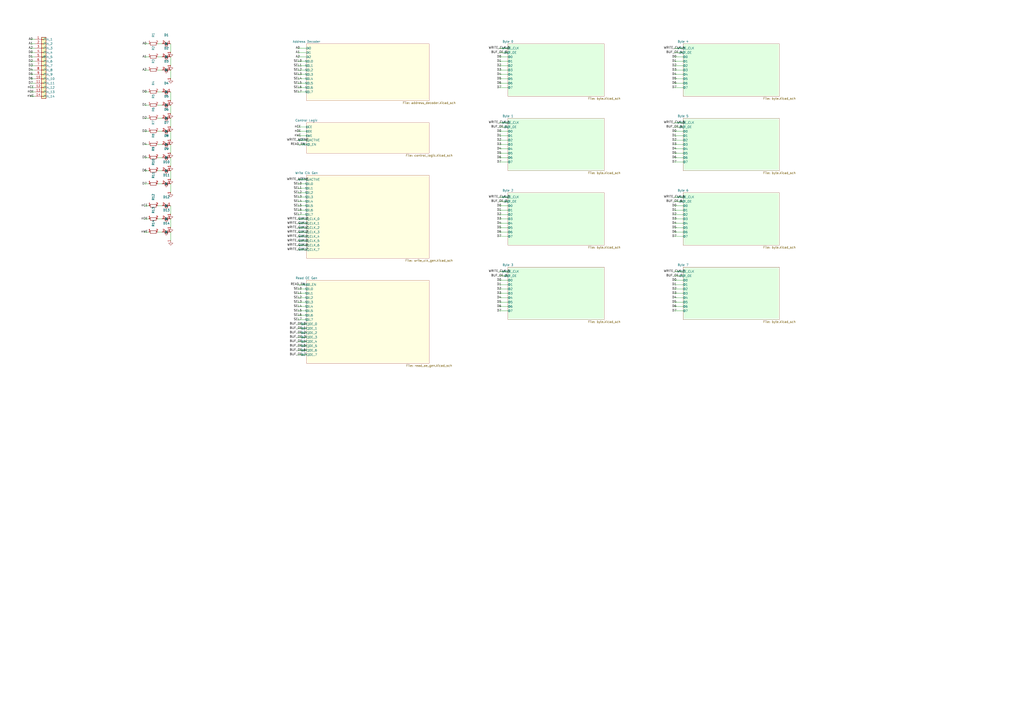
<source format=kicad_sch>
(kicad_sch (version 20250114) (generator eeschema)
  (paper "A2")
  (lib_symbols
    (symbol "Connector_Generic:Conn_01x14" (pin_names (offset 1.016))
      (property "Reference" "J" (at 0 17.78 0))
      (property "Value" "Conn_01x14" (at 0 -20.32 0))
      (property "Datasheet" "~" (at 0 0 0))
      (property "Description" "Generic connector, single row, 01x14, script generated (kicad-library-utils/schlib/autogen/connector/)" (at 0 0 0))
      (property "ki_keywords" "connector" (at 0 0 0))
      (property "ki_fp_filters" "Connector*:*_1x??_*" (at 0 0 0))
      (symbol "Conn_01x14_1_1"
        (rectangle (start -1.27 16.51) (end 1.27 -19.05) (stroke (width 0.254)) (fill (type background)))
        (rectangle (start -1.27 15.367) (end 0 15.113) (stroke (width 0.1524)))
        (rectangle (start -1.27 12.827) (end 0 12.573) (stroke (width 0.1524)))
        (rectangle (start -1.27 10.287) (end 0 10.033) (stroke (width 0.1524)))
        (rectangle (start -1.27 7.747) (end 0 7.493) (stroke (width 0.1524)))
        (rectangle (start -1.27 5.207) (end 0 4.953) (stroke (width 0.1524)))
        (rectangle (start -1.27 2.667) (end 0 2.413) (stroke (width 0.1524)))
        (rectangle (start -1.27 0.127) (end 0 -0.127) (stroke (width 0.1524)))
        (rectangle (start -1.27 -2.413) (end 0 -2.667) (stroke (width 0.1524)))
        (rectangle (start -1.27 -4.953) (end 0 -5.207) (stroke (width 0.1524)))
        (rectangle (start -1.27 -7.493) (end 0 -7.747) (stroke (width 0.1524)))
        (rectangle (start -1.27 -10.033) (end 0 -10.287) (stroke (width 0.1524)))
        (rectangle (start -1.27 -12.573) (end 0 -12.827) (stroke (width 0.1524)))
        (rectangle (start -1.27 -15.113) (end 0 -15.367) (stroke (width 0.1524)))
        (rectangle (start -1.27 -17.653) (end 0 -17.907) (stroke (width 0.1524)))
        (pin passive line (at -5.08 15.24 0) (length 3.81) (name "Pin_1") (number "1"))
        (pin passive line (at -5.08 12.7 0) (length 3.81) (name "Pin_2") (number "2"))
        (pin passive line (at -5.08 10.16 0) (length 3.81) (name "Pin_3") (number "3"))
        (pin passive line (at -5.08 7.62 0) (length 3.81) (name "Pin_4") (number "4"))
        (pin passive line (at -5.08 5.08 0) (length 3.81) (name "Pin_5") (number "5"))
        (pin passive line (at -5.08 2.54 0) (length 3.81) (name "Pin_6") (number "6"))
        (pin passive line (at -5.08 0 0) (length 3.81) (name "Pin_7") (number "7"))
        (pin passive line (at -5.08 -2.54 0) (length 3.81) (name "Pin_8") (number "8"))
        (pin passive line (at -5.08 -5.08 0) (length 3.81) (name "Pin_9") (number "9"))
        (pin passive line (at -5.08 -7.62 0) (length 3.81) (name "Pin_10") (number "10"))
        (pin passive line (at -5.08 -10.16 0) (length 3.81) (name "Pin_11") (number "11"))
        (pin passive line (at -5.08 -12.7 0) (length 3.81) (name "Pin_12") (number "12"))
        (pin passive line (at -5.08 -15.24 0) (length 3.81) (name "Pin_13") (number "13"))
        (pin passive line (at -5.08 -17.78 0) (length 3.81) (name "Pin_14") (number "14"))
      )
    )
    (symbol "Device:R_Small" (pin_names (offset 0.254))
      (property "Reference" "R" (at 0 0 90))
      (property "Value" "R_Small" (at 1.778 0 90))
      (property "Datasheet" "~" (at 0 0 0))
      (property "Description" "Resistor, small symbol" (at 0 0 0))
      (property "ki_keywords" "R resistor" (at 0 0 0))
      (property "ki_fp_filters" "R_*" (at 0 0 0))
      (symbol "R_Small_0_1"
        (rectangle (start -0.762 1.778) (end 0.762 -1.778) (stroke (width 0.2032)))
      )
      (symbol "R_Small_1_1"
        (pin passive line (at 0 2.54 270) (length 0.762) (name "~") (number "1"))
        (pin passive line (at 0 -2.54 90) (length 0.762) (name "~") (number "2"))
      )
    )
    (symbol "Device:LED_Small" (pin_names (offset 0.254))
      (property "Reference" "D" (at -1.27 3.175 0))
      (property "Value" "LED_Small" (at -4.445 -2.54 0))
      (property "Datasheet" "~" (at 0 0 90))
      (property "Description" "Light emitting diode, small symbol" (at 0 0 0))
      (property "Sim.Pins" "1=K 2=A" (at 0 0 0))
      (property "ki_keywords" "LED diode light-emitting-diode" (at 0 0 0))
      (property "ki_fp_filters" "LED* LED_SMD:* LED_THT:*" (at 0 0 0))
      (symbol "LED_Small_0_1"
        (polyline (pts (xy -0.762 -1.016) (xy -0.762 1.016)) (stroke (width 0.254)))
        (polyline (pts (xy 0 0.762) (xy -0.508 1.27) (xy -0.254 1.27) (xy -0.508 1.27) (xy -0.508 1.016)))
        (polyline (pts (xy 0.508 1.27) (xy 0 1.778) (xy 0.254 1.778) (xy 0 1.778) (xy 0 1.524)))
        (polyline (pts (xy 0.762 -1.016) (xy -0.762 0) (xy 0.762 1.016) (xy 0.762 -1.016)) (stroke (width 0.254)))
        (polyline (pts (xy 1.016 0) (xy -0.762 0)))
      )
      (symbol "LED_Small_1_1"
        (pin passive line (at -2.54 0 0) (length 1.778) (name "K") (number "1"))
        (pin passive line (at 2.54 0 180) (length 1.778) (name "A") (number "2"))
      )
    )
    (symbol "power:GND" (power) (pin_names (offset 0))
      (property "Reference" "#PWR" (at 0 -6.35 0))
      (property "Value" "GND" (at 0 -3.81 0))
      (property "Description" "Power symbol creates a global label with name \"GND\" , ground" (at 0 0 0))
      (property "ki_keywords" "global power" (at 0 0 0))
      (symbol "GND_0_1"
        (polyline (pts (xy 0 0) (xy 0 -1.27) (xy 1.27 -1.27) (xy 0 -2.54) (xy -1.27 -1.27) (xy 0 -1.27)))
      )
      (symbol "GND_1_1"
        (pin power_in line (at 0 0 270) (length 0) (name "~") (number "1"))
      )
    )
  )
  (wire (pts (xy 20.32 22.86) (xy 17.78 22.86)) (stroke (width 0.0)))
  (wire (pts (xy 20.32 25.4) (xy 17.78 25.4)) (stroke (width 0.0)))
  (wire (pts (xy 20.32 27.94) (xy 17.78 27.94)) (stroke (width 0.0)))
  (wire (pts (xy 20.32 30.48) (xy 17.78 30.48)) (stroke (width 0.0)))
  (wire (pts (xy 20.32 33.02) (xy 17.78 33.02)) (stroke (width 0.0)))
  (wire (pts (xy 20.32 35.56) (xy 17.78 35.56)) (stroke (width 0.0)))
  (wire (pts (xy 20.32 38.1) (xy 17.78 38.1)) (stroke (width 0.0)))
  (wire (pts (xy 20.32 40.64) (xy 17.78 40.64)) (stroke (width 0.0)))
  (wire (pts (xy 20.32 43.18) (xy 17.78 43.18)) (stroke (width 0.0)))
  (wire (pts (xy 20.32 45.72) (xy 17.78 45.72)) (stroke (width 0.0)))
  (wire (pts (xy 20.32 48.26) (xy 17.78 48.26)) (stroke (width 0.0)))
  (wire (pts (xy 20.32 50.8) (xy 17.78 50.8)) (stroke (width 0.0)))
  (wire (pts (xy 20.32 53.34) (xy 17.78 53.34)) (stroke (width 0.0)))
  (wire (pts (xy 20.32 55.88) (xy 17.78 55.88)) (stroke (width 0.0)))
  (wire (pts (xy 91.44 25.4) (xy 93.98 25.4)) (stroke (width 0.0)))
  (wire (pts (xy 99.06 25.4) (xy 99.06 30.48)) (stroke (width 0.0)))
  (wire (pts (xy 86.36 25.4) (xy 83.82 25.4)) (stroke (width 0.0)))
  (wire (pts (xy 91.44 33.02) (xy 93.98 33.02)) (stroke (width 0.0)))
  (wire (pts (xy 99.06 33.02) (xy 99.06 38.1)) (stroke (width 0.0)))
  (wire (pts (xy 86.36 33.02) (xy 83.82 33.02)) (stroke (width 0.0)))
  (wire (pts (xy 91.44 40.64) (xy 93.98 40.64)) (stroke (width 0.0)))
  (wire (pts (xy 99.06 40.64) (xy 99.06 45.72)) (stroke (width 0.0)))
  (wire (pts (xy 86.36 40.64) (xy 83.82 40.64)) (stroke (width 0.0)))
  (wire (pts (xy 91.44 53.34) (xy 93.98 53.34)) (stroke (width 0.0)))
  (wire (pts (xy 99.06 53.34) (xy 99.06 58.42)) (stroke (width 0.0)))
  (wire (pts (xy 86.36 53.34) (xy 83.82 53.34)) (stroke (width 0.0)))
  (wire (pts (xy 91.44 60.96) (xy 93.98 60.96)) (stroke (width 0.0)))
  (wire (pts (xy 99.06 60.96) (xy 99.06 66.04)) (stroke (width 0.0)))
  (wire (pts (xy 86.36 60.96) (xy 83.82 60.96)) (stroke (width 0.0)))
  (wire (pts (xy 91.44 68.58) (xy 93.98 68.58)) (stroke (width 0.0)))
  (wire (pts (xy 99.06 68.58) (xy 99.06 73.66)) (stroke (width 0.0)))
  (wire (pts (xy 86.36 68.58) (xy 83.82 68.58)) (stroke (width 0.0)))
  (wire (pts (xy 91.44 76.2) (xy 93.98 76.2)) (stroke (width 0.0)))
  (wire (pts (xy 99.06 76.2) (xy 99.06 81.28)) (stroke (width 0.0)))
  (wire (pts (xy 86.36 76.2) (xy 83.82 76.2)) (stroke (width 0.0)))
  (wire (pts (xy 91.44 83.82) (xy 93.98 83.82)) (stroke (width 0.0)))
  (wire (pts (xy 99.06 83.82) (xy 99.06 88.9)) (stroke (width 0.0)))
  (wire (pts (xy 86.36 83.82) (xy 83.82 83.82)) (stroke (width 0.0)))
  (wire (pts (xy 91.44 91.44) (xy 93.98 91.44)) (stroke (width 0.0)))
  (wire (pts (xy 99.06 91.44) (xy 99.06 96.52)) (stroke (width 0.0)))
  (wire (pts (xy 86.36 91.44) (xy 83.82 91.44)) (stroke (width 0.0)))
  (wire (pts (xy 91.44 99.06) (xy 93.98 99.06)) (stroke (width 0.0)))
  (wire (pts (xy 99.06 99.06) (xy 99.06 104.14)) (stroke (width 0.0)))
  (wire (pts (xy 86.36 99.06) (xy 83.82 99.06)) (stroke (width 0.0)))
  (wire (pts (xy 91.44 106.68) (xy 93.98 106.68)) (stroke (width 0.0)))
  (wire (pts (xy 99.06 106.68) (xy 99.06 111.76)) (stroke (width 0.0)))
  (wire (pts (xy 86.36 106.68) (xy 83.82 106.68)) (stroke (width 0.0)))
  (wire (pts (xy 91.44 119.38) (xy 93.98 119.38)) (stroke (width 0.0)))
  (wire (pts (xy 99.06 119.38) (xy 99.06 124.46)) (stroke (width 0.0)))
  (wire (pts (xy 86.36 119.38) (xy 83.82 119.38)) (stroke (width 0.0)))
  (wire (pts (xy 91.44 127.0) (xy 93.98 127.0)) (stroke (width 0.0)))
  (wire (pts (xy 99.06 127.0) (xy 99.06 132.08)) (stroke (width 0.0)))
  (wire (pts (xy 86.36 127.0) (xy 83.82 127.0)) (stroke (width 0.0)))
  (wire (pts (xy 91.44 134.62) (xy 93.98 134.62)) (stroke (width 0.0)))
  (wire (pts (xy 99.06 134.62) (xy 99.06 139.7)) (stroke (width 0.0)))
  (wire (pts (xy 86.36 134.62) (xy 83.82 134.62)) (stroke (width 0.0)))
  (wire (pts (xy 177.8 27.94) (xy 172.72 27.94)) (stroke (width 0.0)))
  (wire (pts (xy 177.8 30.48) (xy 172.72 30.48)) (stroke (width 0.0)))
  (wire (pts (xy 177.8 33.02) (xy 172.72 33.02)) (stroke (width 0.0)))
  (wire (pts (xy 177.8 35.56) (xy 172.72 35.56)) (stroke (width 0.0)))
  (wire (pts (xy 177.8 38.1) (xy 172.72 38.1)) (stroke (width 0.0)))
  (wire (pts (xy 177.8 40.64) (xy 172.72 40.64)) (stroke (width 0.0)))
  (wire (pts (xy 177.8 43.18) (xy 172.72 43.18)) (stroke (width 0.0)))
  (wire (pts (xy 177.8 45.72) (xy 172.72 45.72)) (stroke (width 0.0)))
  (wire (pts (xy 177.8 48.26) (xy 172.72 48.26)) (stroke (width 0.0)))
  (wire (pts (xy 177.8 50.8) (xy 172.72 50.8)) (stroke (width 0.0)))
  (wire (pts (xy 177.8 53.34) (xy 172.72 53.34)) (stroke (width 0.0)))
  (wire (pts (xy 177.8 73.66) (xy 172.72 73.66)) (stroke (width 0.0)))
  (wire (pts (xy 177.8 76.2) (xy 172.72 76.2)) (stroke (width 0.0)))
  (wire (pts (xy 177.8 78.74) (xy 172.72 78.74)) (stroke (width 0.0)))
  (wire (pts (xy 177.8 81.28) (xy 172.72 81.28)) (stroke (width 0.0)))
  (wire (pts (xy 177.8 83.82) (xy 172.72 83.82)) (stroke (width 0.0)))
  (wire (pts (xy 177.8 104.14) (xy 172.72 104.14)) (stroke (width 0.0)))
  (wire (pts (xy 177.8 106.68) (xy 172.72 106.68)) (stroke (width 0.0)))
  (wire (pts (xy 177.8 109.22) (xy 172.72 109.22)) (stroke (width 0.0)))
  (wire (pts (xy 177.8 111.76) (xy 172.72 111.76)) (stroke (width 0.0)))
  (wire (pts (xy 177.8 114.3) (xy 172.72 114.3)) (stroke (width 0.0)))
  (wire (pts (xy 177.8 116.84) (xy 172.72 116.84)) (stroke (width 0.0)))
  (wire (pts (xy 177.8 119.38) (xy 172.72 119.38)) (stroke (width 0.0)))
  (wire (pts (xy 177.8 121.92) (xy 172.72 121.92)) (stroke (width 0.0)))
  (wire (pts (xy 177.8 124.46) (xy 172.72 124.46)) (stroke (width 0.0)))
  (wire (pts (xy 177.8 127.0) (xy 172.72 127.0)) (stroke (width 0.0)))
  (wire (pts (xy 177.8 129.54) (xy 172.72 129.54)) (stroke (width 0.0)))
  (wire (pts (xy 177.8 132.08) (xy 172.72 132.08)) (stroke (width 0.0)))
  (wire (pts (xy 177.8 134.62) (xy 172.72 134.62)) (stroke (width 0.0)))
  (wire (pts (xy 177.8 137.16) (xy 172.72 137.16)) (stroke (width 0.0)))
  (wire (pts (xy 177.8 139.7) (xy 172.72 139.7)) (stroke (width 0.0)))
  (wire (pts (xy 177.8 142.24) (xy 172.72 142.24)) (stroke (width 0.0)))
  (wire (pts (xy 177.8 144.78) (xy 172.72 144.78)) (stroke (width 0.0)))
  (wire (pts (xy 177.8 165.1) (xy 172.72 165.1)) (stroke (width 0.0)))
  (wire (pts (xy 177.8 167.64) (xy 172.72 167.64)) (stroke (width 0.0)))
  (wire (pts (xy 177.8 170.18) (xy 172.72 170.18)) (stroke (width 0.0)))
  (wire (pts (xy 177.8 172.72) (xy 172.72 172.72)) (stroke (width 0.0)))
  (wire (pts (xy 177.8 175.26) (xy 172.72 175.26)) (stroke (width 0.0)))
  (wire (pts (xy 177.8 177.8) (xy 172.72 177.8)) (stroke (width 0.0)))
  (wire (pts (xy 177.8 180.34) (xy 172.72 180.34)) (stroke (width 0.0)))
  (wire (pts (xy 177.8 182.88) (xy 172.72 182.88)) (stroke (width 0.0)))
  (wire (pts (xy 177.8 185.42) (xy 172.72 185.42)) (stroke (width 0.0)))
  (wire (pts (xy 177.8 187.96) (xy 172.72 187.96)) (stroke (width 0.0)))
  (wire (pts (xy 177.8 190.5) (xy 172.72 190.5)) (stroke (width 0.0)))
  (wire (pts (xy 177.8 193.04) (xy 172.72 193.04)) (stroke (width 0.0)))
  (wire (pts (xy 177.8 195.58) (xy 172.72 195.58)) (stroke (width 0.0)))
  (wire (pts (xy 177.8 198.12) (xy 172.72 198.12)) (stroke (width 0.0)))
  (wire (pts (xy 177.8 200.66) (xy 172.72 200.66)) (stroke (width 0.0)))
  (wire (pts (xy 177.8 203.2) (xy 172.72 203.2)) (stroke (width 0.0)))
  (wire (pts (xy 177.8 205.74) (xy 172.72 205.74)) (stroke (width 0.0)))
  (wire (pts (xy 294.64 27.94) (xy 289.56 27.94)) (stroke (width 0.0)))
  (wire (pts (xy 294.64 30.48) (xy 289.56 30.48)) (stroke (width 0.0)))
  (wire (pts (xy 294.64 33.02) (xy 289.56 33.02)) (stroke (width 0.0)))
  (wire (pts (xy 294.64 35.56) (xy 289.56 35.56)) (stroke (width 0.0)))
  (wire (pts (xy 294.64 38.1) (xy 289.56 38.1)) (stroke (width 0.0)))
  (wire (pts (xy 294.64 40.64) (xy 289.56 40.64)) (stroke (width 0.0)))
  (wire (pts (xy 294.64 43.18) (xy 289.56 43.18)) (stroke (width 0.0)))
  (wire (pts (xy 294.64 45.72) (xy 289.56 45.72)) (stroke (width 0.0)))
  (wire (pts (xy 294.64 48.26) (xy 289.56 48.26)) (stroke (width 0.0)))
  (wire (pts (xy 294.64 50.8) (xy 289.56 50.8)) (stroke (width 0.0)))
  (wire (pts (xy 294.64 71.12) (xy 289.56 71.12)) (stroke (width 0.0)))
  (wire (pts (xy 294.64 73.66) (xy 289.56 73.66)) (stroke (width 0.0)))
  (wire (pts (xy 294.64 76.2) (xy 289.56 76.2)) (stroke (width 0.0)))
  (wire (pts (xy 294.64 78.74) (xy 289.56 78.74)) (stroke (width 0.0)))
  (wire (pts (xy 294.64 81.28) (xy 289.56 81.28)) (stroke (width 0.0)))
  (wire (pts (xy 294.64 83.82) (xy 289.56 83.82)) (stroke (width 0.0)))
  (wire (pts (xy 294.64 86.36) (xy 289.56 86.36)) (stroke (width 0.0)))
  (wire (pts (xy 294.64 88.9) (xy 289.56 88.9)) (stroke (width 0.0)))
  (wire (pts (xy 294.64 91.44) (xy 289.56 91.44)) (stroke (width 0.0)))
  (wire (pts (xy 294.64 93.98) (xy 289.56 93.98)) (stroke (width 0.0)))
  (wire (pts (xy 294.64 114.3) (xy 289.56 114.3)) (stroke (width 0.0)))
  (wire (pts (xy 294.64 116.84) (xy 289.56 116.84)) (stroke (width 0.0)))
  (wire (pts (xy 294.64 119.38) (xy 289.56 119.38)) (stroke (width 0.0)))
  (wire (pts (xy 294.64 121.92) (xy 289.56 121.92)) (stroke (width 0.0)))
  (wire (pts (xy 294.64 124.46) (xy 289.56 124.46)) (stroke (width 0.0)))
  (wire (pts (xy 294.64 127.0) (xy 289.56 127.0)) (stroke (width 0.0)))
  (wire (pts (xy 294.64 129.54) (xy 289.56 129.54)) (stroke (width 0.0)))
  (wire (pts (xy 294.64 132.08) (xy 289.56 132.08)) (stroke (width 0.0)))
  (wire (pts (xy 294.64 134.62) (xy 289.56 134.62)) (stroke (width 0.0)))
  (wire (pts (xy 294.64 137.16) (xy 289.56 137.16)) (stroke (width 0.0)))
  (wire (pts (xy 294.64 157.48) (xy 289.56 157.48)) (stroke (width 0.0)))
  (wire (pts (xy 294.64 160.02) (xy 289.56 160.02)) (stroke (width 0.0)))
  (wire (pts (xy 294.64 162.56) (xy 289.56 162.56)) (stroke (width 0.0)))
  (wire (pts (xy 294.64 165.1) (xy 289.56 165.1)) (stroke (width 0.0)))
  (wire (pts (xy 294.64 167.64) (xy 289.56 167.64)) (stroke (width 0.0)))
  (wire (pts (xy 294.64 170.18) (xy 289.56 170.18)) (stroke (width 0.0)))
  (wire (pts (xy 294.64 172.72) (xy 289.56 172.72)) (stroke (width 0.0)))
  (wire (pts (xy 294.64 175.26) (xy 289.56 175.26)) (stroke (width 0.0)))
  (wire (pts (xy 294.64 177.8) (xy 289.56 177.8)) (stroke (width 0.0)))
  (wire (pts (xy 294.64 180.34) (xy 289.56 180.34)) (stroke (width 0.0)))
  (wire (pts (xy 396.24 27.94) (xy 391.16 27.94)) (stroke (width 0.0)))
  (wire (pts (xy 396.24 30.48) (xy 391.16 30.48)) (stroke (width 0.0)))
  (wire (pts (xy 396.24 33.02) (xy 391.16 33.02)) (stroke (width 0.0)))
  (wire (pts (xy 396.24 35.56) (xy 391.16 35.56)) (stroke (width 0.0)))
  (wire (pts (xy 396.24 38.1) (xy 391.16 38.1)) (stroke (width 0.0)))
  (wire (pts (xy 396.24 40.64) (xy 391.16 40.64)) (stroke (width 0.0)))
  (wire (pts (xy 396.24 43.18) (xy 391.16 43.18)) (stroke (width 0.0)))
  (wire (pts (xy 396.24 45.72) (xy 391.16 45.72)) (stroke (width 0.0)))
  (wire (pts (xy 396.24 48.26) (xy 391.16 48.26)) (stroke (width 0.0)))
  (wire (pts (xy 396.24 50.8) (xy 391.16 50.8)) (stroke (width 0.0)))
  (wire (pts (xy 396.24 71.12) (xy 391.16 71.12)) (stroke (width 0.0)))
  (wire (pts (xy 396.24 73.66) (xy 391.16 73.66)) (stroke (width 0.0)))
  (wire (pts (xy 396.24 76.2) (xy 391.16 76.2)) (stroke (width 0.0)))
  (wire (pts (xy 396.24 78.74) (xy 391.16 78.74)) (stroke (width 0.0)))
  (wire (pts (xy 396.24 81.28) (xy 391.16 81.28)) (stroke (width 0.0)))
  (wire (pts (xy 396.24 83.82) (xy 391.16 83.82)) (stroke (width 0.0)))
  (wire (pts (xy 396.24 86.36) (xy 391.16 86.36)) (stroke (width 0.0)))
  (wire (pts (xy 396.24 88.9) (xy 391.16 88.9)) (stroke (width 0.0)))
  (wire (pts (xy 396.24 91.44) (xy 391.16 91.44)) (stroke (width 0.0)))
  (wire (pts (xy 396.24 93.98) (xy 391.16 93.98)) (stroke (width 0.0)))
  (wire (pts (xy 396.24 114.3) (xy 391.16 114.3)) (stroke (width 0.0)))
  (wire (pts (xy 396.24 116.84) (xy 391.16 116.84)) (stroke (width 0.0)))
  (wire (pts (xy 396.24 119.38) (xy 391.16 119.38)) (stroke (width 0.0)))
  (wire (pts (xy 396.24 121.92) (xy 391.16 121.92)) (stroke (width 0.0)))
  (wire (pts (xy 396.24 124.46) (xy 391.16 124.46)) (stroke (width 0.0)))
  (wire (pts (xy 396.24 127.0) (xy 391.16 127.0)) (stroke (width 0.0)))
  (wire (pts (xy 396.24 129.54) (xy 391.16 129.54)) (stroke (width 0.0)))
  (wire (pts (xy 396.24 132.08) (xy 391.16 132.08)) (stroke (width 0.0)))
  (wire (pts (xy 396.24 134.62) (xy 391.16 134.62)) (stroke (width 0.0)))
  (wire (pts (xy 396.24 137.16) (xy 391.16 137.16)) (stroke (width 0.0)))
  (wire (pts (xy 396.24 157.48) (xy 391.16 157.48)) (stroke (width 0.0)))
  (wire (pts (xy 396.24 160.02) (xy 391.16 160.02)) (stroke (width 0.0)))
  (wire (pts (xy 396.24 162.56) (xy 391.16 162.56)) (stroke (width 0.0)))
  (wire (pts (xy 396.24 165.1) (xy 391.16 165.1)) (stroke (width 0.0)))
  (wire (pts (xy 396.24 167.64) (xy 391.16 167.64)) (stroke (width 0.0)))
  (wire (pts (xy 396.24 170.18) (xy 391.16 170.18)) (stroke (width 0.0)))
  (wire (pts (xy 396.24 172.72) (xy 391.16 172.72)) (stroke (width 0.0)))
  (wire (pts (xy 396.24 175.26) (xy 391.16 175.26)) (stroke (width 0.0)))
  (wire (pts (xy 396.24 177.8) (xy 391.16 177.8)) (stroke (width 0.0)))
  (wire (pts (xy 396.24 180.34) (xy 391.16 180.34)) (stroke (width 0.0)))
  (label "A0" (at 17.78 22.86 180))
  (label "A1" (at 17.78 25.4 180))
  (label "A2" (at 17.78 27.94 180))
  (label "D0" (at 17.78 30.48 180))
  (label "D1" (at 17.78 33.02 180))
  (label "D2" (at 17.78 35.56 180))
  (label "D3" (at 17.78 38.1 180))
  (label "D4" (at 17.78 40.64 180))
  (label "D5" (at 17.78 43.18 180))
  (label "D6" (at 17.78 45.72 180))
  (label "D7" (at 17.78 48.26 180))
  (label "nCE" (at 17.78 50.8 180))
  (label "nOE" (at 17.78 53.34 180))
  (label "nWE" (at 17.78 55.88 180))
  (label "A0" (at 83.82 25.4 180))
  (label "A1" (at 83.82 33.02 180))
  (label "A2" (at 83.82 40.64 180))
  (label "D0" (at 83.82 53.34 180))
  (label "D1" (at 83.82 60.96 180))
  (label "D2" (at 83.82 68.58 180))
  (label "D3" (at 83.82 76.2 180))
  (label "D4" (at 83.82 83.82 180))
  (label "D5" (at 83.82 91.44 180))
  (label "D6" (at 83.82 99.06 180))
  (label "D7" (at 83.82 106.68 180))
  (label "nCE" (at 83.82 119.38 180))
  (label "nOE" (at 83.82 127.0 180))
  (label "nWE" (at 83.82 134.62 180))
  (label "A0" (at 172.72 27.94 0))
  (label "A1" (at 172.72 30.48 0))
  (label "A2" (at 172.72 33.02 0))
  (label "SEL0" (at 172.72 35.56 0))
  (label "SEL1" (at 172.72 38.1 0))
  (label "SEL2" (at 172.72 40.64 0))
  (label "SEL3" (at 172.72 43.18 0))
  (label "SEL4" (at 172.72 45.72 0))
  (label "SEL5" (at 172.72 48.26 0))
  (label "SEL6" (at 172.72 50.8 0))
  (label "SEL7" (at 172.72 53.34 0))
  (label "nCE" (at 172.72 73.66 0))
  (label "nOE" (at 172.72 76.2 0))
  (label "nWE" (at 172.72 78.74 0))
  (label "WRITE_ACTIVE" (at 172.72 81.28 0))
  (label "READ_EN" (at 172.72 83.82 0))
  (label "WRITE_ACTIVE" (at 172.72 104.14 0))
  (label "SEL0" (at 172.72 106.68 0))
  (label "SEL1" (at 172.72 109.22 0))
  (label "SEL2" (at 172.72 111.76 0))
  (label "SEL3" (at 172.72 114.3 0))
  (label "SEL4" (at 172.72 116.84 0))
  (label "SEL5" (at 172.72 119.38 0))
  (label "SEL6" (at 172.72 121.92 0))
  (label "SEL7" (at 172.72 124.46 0))
  (label "WRITE_CLK_0" (at 172.72 127.0 0))
  (label "WRITE_CLK_1" (at 172.72 129.54 0))
  (label "WRITE_CLK_2" (at 172.72 132.08 0))
  (label "WRITE_CLK_3" (at 172.72 134.62 0))
  (label "WRITE_CLK_4" (at 172.72 137.16 0))
  (label "WRITE_CLK_5" (at 172.72 139.7 0))
  (label "WRITE_CLK_6" (at 172.72 142.24 0))
  (label "WRITE_CLK_7" (at 172.72 144.78 0))
  (label "READ_EN" (at 172.72 165.1 0))
  (label "SEL0" (at 172.72 167.64 0))
  (label "SEL1" (at 172.72 170.18 0))
  (label "SEL2" (at 172.72 172.72 0))
  (label "SEL3" (at 172.72 175.26 0))
  (label "SEL4" (at 172.72 177.8 0))
  (label "SEL5" (at 172.72 180.34 0))
  (label "SEL6" (at 172.72 182.88 0))
  (label "SEL7" (at 172.72 185.42 0))
  (label "BUF_OE_0" (at 172.72 187.96 0))
  (label "BUF_OE_1" (at 172.72 190.5 0))
  (label "BUF_OE_2" (at 172.72 193.04 0))
  (label "BUF_OE_3" (at 172.72 195.58 0))
  (label "BUF_OE_4" (at 172.72 198.12 0))
  (label "BUF_OE_5" (at 172.72 200.66 0))
  (label "BUF_OE_6" (at 172.72 203.2 0))
  (label "BUF_OE_7" (at 172.72 205.74 0))
  (label "WRITE_CLK_0" (at 289.56 27.94 0))
  (label "BUF_OE_0" (at 289.56 30.48 0))
  (label "D0" (at 289.56 33.02 0))
  (label "D1" (at 289.56 35.56 0))
  (label "D2" (at 289.56 38.1 0))
  (label "D3" (at 289.56 40.64 0))
  (label "D4" (at 289.56 43.18 0))
  (label "D5" (at 289.56 45.72 0))
  (label "D6" (at 289.56 48.26 0))
  (label "D7" (at 289.56 50.8 0))
  (label "WRITE_CLK_1" (at 289.56 71.12 0))
  (label "BUF_OE_1" (at 289.56 73.66 0))
  (label "D0" (at 289.56 76.2 0))
  (label "D1" (at 289.56 78.74 0))
  (label "D2" (at 289.56 81.28 0))
  (label "D3" (at 289.56 83.82 0))
  (label "D4" (at 289.56 86.36 0))
  (label "D5" (at 289.56 88.9 0))
  (label "D6" (at 289.56 91.44 0))
  (label "D7" (at 289.56 93.98 0))
  (label "WRITE_CLK_2" (at 289.56 114.3 0))
  (label "BUF_OE_2" (at 289.56 116.84 0))
  (label "D0" (at 289.56 119.38 0))
  (label "D1" (at 289.56 121.92 0))
  (label "D2" (at 289.56 124.46 0))
  (label "D3" (at 289.56 127.0 0))
  (label "D4" (at 289.56 129.54 0))
  (label "D5" (at 289.56 132.08 0))
  (label "D6" (at 289.56 134.62 0))
  (label "D7" (at 289.56 137.16 0))
  (label "WRITE_CLK_3" (at 289.56 157.48 0))
  (label "BUF_OE_3" (at 289.56 160.02 0))
  (label "D0" (at 289.56 162.56 0))
  (label "D1" (at 289.56 165.1 0))
  (label "D2" (at 289.56 167.64 0))
  (label "D3" (at 289.56 170.18 0))
  (label "D4" (at 289.56 172.72 0))
  (label "D5" (at 289.56 175.26 0))
  (label "D6" (at 289.56 177.8 0))
  (label "D7" (at 289.56 180.34 0))
  (label "WRITE_CLK_4" (at 391.16 27.94 0))
  (label "BUF_OE_4" (at 391.16 30.48 0))
  (label "D0" (at 391.16 33.02 0))
  (label "D1" (at 391.16 35.56 0))
  (label "D2" (at 391.16 38.1 0))
  (label "D3" (at 391.16 40.64 0))
  (label "D4" (at 391.16 43.18 0))
  (label "D5" (at 391.16 45.72 0))
  (label "D6" (at 391.16 48.26 0))
  (label "D7" (at 391.16 50.8 0))
  (label "WRITE_CLK_5" (at 391.16 71.12 0))
  (label "BUF_OE_5" (at 391.16 73.66 0))
  (label "D0" (at 391.16 76.2 0))
  (label "D1" (at 391.16 78.74 0))
  (label "D2" (at 391.16 81.28 0))
  (label "D3" (at 391.16 83.82 0))
  (label "D4" (at 391.16 86.36 0))
  (label "D5" (at 391.16 88.9 0))
  (label "D6" (at 391.16 91.44 0))
  (label "D7" (at 391.16 93.98 0))
  (label "WRITE_CLK_6" (at 391.16 114.3 0))
  (label "BUF_OE_6" (at 391.16 116.84 0))
  (label "D0" (at 391.16 119.38 0))
  (label "D1" (at 391.16 121.92 0))
  (label "D2" (at 391.16 124.46 0))
  (label "D3" (at 391.16 127.0 0))
  (label "D4" (at 391.16 129.54 0))
  (label "D5" (at 391.16 132.08 0))
  (label "D6" (at 391.16 134.62 0))
  (label "D7" (at 391.16 137.16 0))
  (label "WRITE_CLK_7" (at 391.16 157.48 0))
  (label "BUF_OE_7" (at 391.16 160.02 0))
  (label "D0" (at 391.16 162.56 0))
  (label "D1" (at 391.16 165.1 0))
  (label "D2" (at 391.16 167.64 0))
  (label "D3" (at 391.16 170.18 0))
  (label "D4" (at 391.16 172.72 0))
  (label "D5" (at 391.16 175.26 0))
  (label "D6" (at 391.16 177.8 0))
  (label "D7" (at 391.16 180.34 0))
  (symbol (lib_id "Connector_Generic:Conn_01x14") (at 25.4 38.1 0) (unit 1)
    (property "Reference" "J1" (at 25.4 33.02 0))
    (property "Value" "SRAM_Bus" (effects hide))
  )
  (symbol (lib_id "Device:R_Small") (at 88.9 25.4 90) (unit 1)
    (property "Reference" "R1" (at 88.9 20.32 0))
    (property "Value" "680R" (effects hide))
  )
  (symbol (lib_id "Device:LED_Small") (at 96.52 25.4 180) (unit 1)
    (property "Reference" "D1" (at 96.52 20.32 0))
    (property "Value" "Red" (effects hide))
  )
  (symbol (lib_id "power:GND") (at 99.06 30.48 0) (unit 1)
    (property "Reference" "#PWR1" (effects hide))
    (property "Value" "GND" (effects hide))
  )
  (symbol (lib_id "Device:R_Small") (at 88.9 33.02 90) (unit 1)
    (property "Reference" "R2" (at 88.9 27.940000000000005 0))
    (property "Value" "680R" (effects hide))
  )
  (symbol (lib_id "Device:LED_Small") (at 96.52 33.02 180) (unit 1)
    (property "Reference" "D2" (at 96.52 27.940000000000005 0))
    (property "Value" "Red" (effects hide))
  )
  (symbol (lib_id "power:GND") (at 99.06 38.1 0) (unit 1)
    (property "Reference" "#PWR2" (effects hide))
    (property "Value" "GND" (effects hide))
  )
  (symbol (lib_id "Device:R_Small") (at 88.9 40.64 90) (unit 1)
    (property "Reference" "R3" (at 88.9 35.56 0))
    (property "Value" "680R" (effects hide))
  )
  (symbol (lib_id "Device:LED_Small") (at 96.52 40.64 180) (unit 1)
    (property "Reference" "D3" (at 96.52 35.56 0))
    (property "Value" "Red" (effects hide))
  )
  (symbol (lib_id "power:GND") (at 99.06 45.72 0) (unit 1)
    (property "Reference" "#PWR3" (effects hide))
    (property "Value" "GND" (effects hide))
  )
  (symbol (lib_id "Device:R_Small") (at 88.9 53.34 90) (unit 1)
    (property "Reference" "R4" (at 88.9 48.260000000000005 0))
    (property "Value" "680R" (effects hide))
  )
  (symbol (lib_id "Device:LED_Small") (at 96.52 53.34 180) (unit 1)
    (property "Reference" "D4" (at 96.52 48.260000000000005 0))
    (property "Value" "Red" (effects hide))
  )
  (symbol (lib_id "power:GND") (at 99.06 58.42 0) (unit 1)
    (property "Reference" "#PWR4" (effects hide))
    (property "Value" "GND" (effects hide))
  )
  (symbol (lib_id "Device:R_Small") (at 88.9 60.96 90) (unit 1)
    (property "Reference" "R5" (at 88.9 55.88 0))
    (property "Value" "680R" (effects hide))
  )
  (symbol (lib_id "Device:LED_Small") (at 96.52 60.96 180) (unit 1)
    (property "Reference" "D5" (at 96.52 55.88 0))
    (property "Value" "Red" (effects hide))
  )
  (symbol (lib_id "power:GND") (at 99.06 66.04 0) (unit 1)
    (property "Reference" "#PWR5" (effects hide))
    (property "Value" "GND" (effects hide))
  )
  (symbol (lib_id "Device:R_Small") (at 88.9 68.58 90) (unit 1)
    (property "Reference" "R6" (at 88.9 63.5 0))
    (property "Value" "680R" (effects hide))
  )
  (symbol (lib_id "Device:LED_Small") (at 96.52 68.58 180) (unit 1)
    (property "Reference" "D6" (at 96.52 63.5 0))
    (property "Value" "Red" (effects hide))
  )
  (symbol (lib_id "power:GND") (at 99.06 73.66 0) (unit 1)
    (property "Reference" "#PWR6" (effects hide))
    (property "Value" "GND" (effects hide))
  )
  (symbol (lib_id "Device:R_Small") (at 88.9 76.2 90) (unit 1)
    (property "Reference" "R7" (at 88.9 71.12 0))
    (property "Value" "680R" (effects hide))
  )
  (symbol (lib_id "Device:LED_Small") (at 96.52 76.2 180) (unit 1)
    (property "Reference" "D7" (at 96.52 71.12 0))
    (property "Value" "Red" (effects hide))
  )
  (symbol (lib_id "power:GND") (at 99.06 81.28 0) (unit 1)
    (property "Reference" "#PWR7" (effects hide))
    (property "Value" "GND" (effects hide))
  )
  (symbol (lib_id "Device:R_Small") (at 88.9 83.82 90) (unit 1)
    (property "Reference" "R8" (at 88.9 78.74 0))
    (property "Value" "680R" (effects hide))
  )
  (symbol (lib_id "Device:LED_Small") (at 96.52 83.82 180) (unit 1)
    (property "Reference" "D8" (at 96.52 78.74 0))
    (property "Value" "Red" (effects hide))
  )
  (symbol (lib_id "power:GND") (at 99.06 88.9 0) (unit 1)
    (property "Reference" "#PWR8" (effects hide))
    (property "Value" "GND" (effects hide))
  )
  (symbol (lib_id "Device:R_Small") (at 88.9 91.44 90) (unit 1)
    (property "Reference" "R9" (at 88.9 86.36 0))
    (property "Value" "680R" (effects hide))
  )
  (symbol (lib_id "Device:LED_Small") (at 96.52 91.44 180) (unit 1)
    (property "Reference" "D9" (at 96.52 86.36 0))
    (property "Value" "Red" (effects hide))
  )
  (symbol (lib_id "power:GND") (at 99.06 96.52 0) (unit 1)
    (property "Reference" "#PWR9" (effects hide))
    (property "Value" "GND" (effects hide))
  )
  (symbol (lib_id "Device:R_Small") (at 88.9 99.06 90) (unit 1)
    (property "Reference" "R10" (at 88.9 93.98 0))
    (property "Value" "680R" (effects hide))
  )
  (symbol (lib_id "Device:LED_Small") (at 96.52 99.06 180) (unit 1)
    (property "Reference" "D10" (at 96.52 93.98 0))
    (property "Value" "Red" (effects hide))
  )
  (symbol (lib_id "power:GND") (at 99.06 104.14 0) (unit 1)
    (property "Reference" "#PWR10" (effects hide))
    (property "Value" "GND" (effects hide))
  )
  (symbol (lib_id "Device:R_Small") (at 88.9 106.68 90) (unit 1)
    (property "Reference" "R11" (at 88.9 101.60000000000001 0))
    (property "Value" "680R" (effects hide))
  )
  (symbol (lib_id "Device:LED_Small") (at 96.52 106.68 180) (unit 1)
    (property "Reference" "D11" (at 96.52 101.60000000000001 0))
    (property "Value" "Red" (effects hide))
  )
  (symbol (lib_id "power:GND") (at 99.06 111.76 0) (unit 1)
    (property "Reference" "#PWR11" (effects hide))
    (property "Value" "GND" (effects hide))
  )
  (symbol (lib_id "Device:R_Small") (at 88.9 119.38 90) (unit 1)
    (property "Reference" "R12" (at 88.9 114.3 0))
    (property "Value" "680R" (effects hide))
  )
  (symbol (lib_id "Device:LED_Small") (at 96.52 119.38 180) (unit 1)
    (property "Reference" "D12" (at 96.52 114.3 0))
    (property "Value" "Red" (effects hide))
  )
  (symbol (lib_id "power:GND") (at 99.06 124.46 0) (unit 1)
    (property "Reference" "#PWR12" (effects hide))
    (property "Value" "GND" (effects hide))
  )
  (symbol (lib_id "Device:R_Small") (at 88.9 127.0 90) (unit 1)
    (property "Reference" "R13" (at 88.9 121.92 0))
    (property "Value" "680R" (effects hide))
  )
  (symbol (lib_id "Device:LED_Small") (at 96.52 127.0 180) (unit 1)
    (property "Reference" "D13" (at 96.52 121.92 0))
    (property "Value" "Red" (effects hide))
  )
  (symbol (lib_id "power:GND") (at 99.06 132.08 0) (unit 1)
    (property "Reference" "#PWR13" (effects hide))
    (property "Value" "GND" (effects hide))
  )
  (symbol (lib_id "Device:R_Small") (at 88.9 134.62 90) (unit 1)
    (property "Reference" "R14" (at 88.9 129.54 0))
    (property "Value" "680R" (effects hide))
  )
  (symbol (lib_id "Device:LED_Small") (at 96.52 134.62 180) (unit 1)
    (property "Reference" "D14" (at 96.52 129.54 0))
    (property "Value" "Red" (effects hide))
  )
  (symbol (lib_id "power:GND") (at 99.06 139.7 0) (unit 1)
    (property "Reference" "#PWR14" (effects hide))
    (property "Value" "GND" (effects hide))
  )
  (sheet (at 177.8 25.4) (size 71.12 33.02) (stroke (width 0.1)) (fill (color 255 255 225 255.0000))
    (property "Sheet name" "Address Decoder" (at 177.8 24.13 0))
    (property "Sheet file" "address_decoder.kicad_sch" (at 248.92000000000002 59.690000000000005 0))
    (pin "A0" input (at 177.8 27.939999999999998 180))
    (pin "A1" input (at 177.8 30.479999999999997 180))
    (pin "A2" input (at 177.8 33.019999999999996 180))
    (pin "SEL0" output (at 177.8 35.559999999999995 180))
    (pin "SEL1" output (at 177.8 38.099999999999994 180))
    (pin "SEL2" output (at 177.8 40.64 180))
    (pin "SEL3" output (at 177.8 43.18 180))
    (pin "SEL4" output (at 177.8 45.72 180))
    (pin "SEL5" output (at 177.8 48.26 180))
    (pin "SEL6" output (at 177.8 50.8 180))
    (pin "SEL7" output (at 177.8 53.339999999999996 180))
  )
  (sheet (at 177.8 71.12) (size 71.12 17.78) (stroke (width 0.1)) (fill (color 255 255 225 255.0000))
    (property "Sheet name" "Control Logic" (at 177.8 69.85000000000001 0))
    (property "Sheet file" "control_logic.kicad_sch" (at 248.92000000000002 90.17 0))
    (pin "nCE" input (at 177.8 73.66000000000001 180))
    (pin "nOE" input (at 177.8 76.20000000000002 180))
    (pin "nWE" input (at 177.8 78.74000000000001 180))
    (pin "WRITE_ACTIVE" output (at 177.8 81.28000000000002 180))
    (pin "READ_EN" output (at 177.8 83.82000000000001 180))
  )
  (sheet (at 177.8 101.60000000000001) (size 71.12 48.26) (stroke (width 0.1)) (fill (color 255 255 225 255.0000))
    (property "Sheet name" "Write Clk Gen" (at 177.8 100.33000000000001 0))
    (property "Sheet file" "write_clk_gen.kicad_sch" (at 248.92000000000002 151.13000000000002 0))
    (pin "WRITE_ACTIVE" input (at 177.8 104.14000000000001 180))
    (pin "SEL0" input (at 177.8 106.68000000000002 180))
    (pin "SEL1" input (at 177.8 109.22000000000001 180))
    (pin "SEL2" input (at 177.8 111.76000000000002 180))
    (pin "SEL3" input (at 177.8 114.30000000000001 180))
    (pin "SEL4" input (at 177.8 116.84000000000002 180))
    (pin "SEL5" input (at 177.8 119.38000000000001 180))
    (pin "SEL6" input (at 177.8 121.92000000000002 180))
    (pin "SEL7" input (at 177.8 124.46000000000001 180))
    (pin "WRITE_CLK_0" output (at 177.8 127.00000000000001 180))
    (pin "WRITE_CLK_1" output (at 177.8 129.54000000000002 180))
    (pin "WRITE_CLK_2" output (at 177.8 132.08 180))
    (pin "WRITE_CLK_3" output (at 177.8 134.62 180))
    (pin "WRITE_CLK_4" output (at 177.8 137.16000000000003 180))
    (pin "WRITE_CLK_5" output (at 177.8 139.70000000000002 180))
    (pin "WRITE_CLK_6" output (at 177.8 142.24 180))
    (pin "WRITE_CLK_7" output (at 177.8 144.78000000000003 180))
  )
  (sheet (at 177.8 162.56) (size 71.12 48.26) (stroke (width 0.1)) (fill (color 255 255 225 255.0000))
    (property "Sheet name" "Read OE Gen" (at 177.8 161.29 0))
    (property "Sheet file" "read_oe_gen.kicad_sch" (at 248.92000000000002 212.09 0))
    (pin "READ_EN" input (at 177.8 165.1 180))
    (pin "SEL0" input (at 177.8 167.64 180))
    (pin "SEL1" input (at 177.8 170.18 180))
    (pin "SEL2" input (at 177.8 172.72 180))
    (pin "SEL3" input (at 177.8 175.26 180))
    (pin "SEL4" input (at 177.8 177.79999999999998 180))
    (pin "SEL5" input (at 177.8 180.34 180))
    (pin "SEL6" input (at 177.8 182.88 180))
    (pin "SEL7" input (at 177.8 185.42 180))
    (pin "BUF_OE_0" output (at 177.8 187.95999999999998 180))
    (pin "BUF_OE_1" output (at 177.8 190.5 180))
    (pin "BUF_OE_2" output (at 177.8 193.04 180))
    (pin "BUF_OE_3" output (at 177.8 195.57999999999998 180))
    (pin "BUF_OE_4" output (at 177.8 198.12 180))
    (pin "BUF_OE_5" output (at 177.8 200.66 180))
    (pin "BUF_OE_6" output (at 177.8 203.2 180))
    (pin "BUF_OE_7" output (at 177.8 205.74 180))
  )
  (sheet (at 294.64 25.4) (size 55.88 30.48) (stroke (width 0.1)) (fill (color 225 255 225 255.0000))
    (property "Sheet name" "Byte 0" (at 294.64 24.13 0))
    (property "Sheet file" "byte.kicad_sch" (at 350.52 57.15 0))
    (pin "WRITE_CLK" input (at 294.64 27.939999999999998 180))
    (pin "BUF_OE" input (at 294.64 30.479999999999997 180))
    (pin "D0" bidirectional (at 294.64 33.019999999999996 180))
    (pin "D1" bidirectional (at 294.64 35.559999999999995 180))
    (pin "D2" bidirectional (at 294.64 38.099999999999994 180))
    (pin "D3" bidirectional (at 294.64 40.64 180))
    (pin "D4" bidirectional (at 294.64 43.18 180))
    (pin "D5" bidirectional (at 294.64 45.72 180))
    (pin "D6" bidirectional (at 294.64 48.26 180))
    (pin "D7" bidirectional (at 294.64 50.8 180))
  )
  (sheet (at 294.64 68.58) (size 55.88 30.48) (stroke (width 0.1)) (fill (color 225 255 225 255.0000))
    (property "Sheet name" "Byte 1" (at 294.64 67.31 0))
    (property "Sheet file" "byte.kicad_sch" (at 350.52 100.33 0))
    (pin "WRITE_CLK" input (at 294.64 71.12 180))
    (pin "BUF_OE" input (at 294.64 73.66000000000001 180))
    (pin "D0" bidirectional (at 294.64 76.2 180))
    (pin "D1" bidirectional (at 294.64 78.74000000000001 180))
    (pin "D2" bidirectional (at 294.64 81.28 180))
    (pin "D3" bidirectional (at 294.64 83.82000000000001 180))
    (pin "D4" bidirectional (at 294.64 86.36 180))
    (pin "D5" bidirectional (at 294.64 88.9 180))
    (pin "D6" bidirectional (at 294.64 91.44 180))
    (pin "D7" bidirectional (at 294.64 93.98 180))
  )
  (sheet (at 294.64 111.75999999999999) (size 55.88 30.48) (stroke (width 0.1)) (fill (color 225 255 225 255.0000))
    (property "Sheet name" "Byte 2" (at 294.64 110.49 0))
    (property "Sheet file" "byte.kicad_sch" (at 350.52 143.51 0))
    (pin "WRITE_CLK" input (at 294.64 114.3 180))
    (pin "BUF_OE" input (at 294.64 116.84 180))
    (pin "D0" bidirectional (at 294.64 119.38 180))
    (pin "D1" bidirectional (at 294.64 121.92 180))
    (pin "D2" bidirectional (at 294.64 124.46 180))
    (pin "D3" bidirectional (at 294.64 127.0 180))
    (pin "D4" bidirectional (at 294.64 129.54 180))
    (pin "D5" bidirectional (at 294.64 132.07999999999998 180))
    (pin "D6" bidirectional (at 294.64 134.62 180))
    (pin "D7" bidirectional (at 294.64 137.16 180))
  )
  (sheet (at 294.64 154.94) (size 55.88 30.48) (stroke (width 0.1)) (fill (color 225 255 225 255.0000))
    (property "Sheet name" "Byte 3" (at 294.64 153.67 0))
    (property "Sheet file" "byte.kicad_sch" (at 350.52 186.69 0))
    (pin "WRITE_CLK" input (at 294.64 157.48 180))
    (pin "BUF_OE" input (at 294.64 160.01999999999998 180))
    (pin "D0" bidirectional (at 294.64 162.56 180))
    (pin "D1" bidirectional (at 294.64 165.1 180))
    (pin "D2" bidirectional (at 294.64 167.64 180))
    (pin "D3" bidirectional (at 294.64 170.17999999999998 180))
    (pin "D4" bidirectional (at 294.64 172.72 180))
    (pin "D5" bidirectional (at 294.64 175.26 180))
    (pin "D6" bidirectional (at 294.64 177.79999999999998 180))
    (pin "D7" bidirectional (at 294.64 180.33999999999997 180))
  )
  (sheet (at 396.24 25.4) (size 55.88 30.48) (stroke (width 0.1)) (fill (color 225 255 225 255.0000))
    (property "Sheet name" "Byte 4" (at 396.24 24.13 0))
    (property "Sheet file" "byte.kicad_sch" (at 452.12 57.15 0))
    (pin "WRITE_CLK" input (at 396.24 27.939999999999998 180))
    (pin "BUF_OE" input (at 396.24 30.479999999999997 180))
    (pin "D0" bidirectional (at 396.24 33.019999999999996 180))
    (pin "D1" bidirectional (at 396.24 35.559999999999995 180))
    (pin "D2" bidirectional (at 396.24 38.099999999999994 180))
    (pin "D3" bidirectional (at 396.24 40.64 180))
    (pin "D4" bidirectional (at 396.24 43.18 180))
    (pin "D5" bidirectional (at 396.24 45.72 180))
    (pin "D6" bidirectional (at 396.24 48.26 180))
    (pin "D7" bidirectional (at 396.24 50.8 180))
  )
  (sheet (at 396.24 68.58) (size 55.88 30.48) (stroke (width 0.1)) (fill (color 225 255 225 255.0000))
    (property "Sheet name" "Byte 5" (at 396.24 67.31 0))
    (property "Sheet file" "byte.kicad_sch" (at 452.12 100.33 0))
    (pin "WRITE_CLK" input (at 396.24 71.12 180))
    (pin "BUF_OE" input (at 396.24 73.66000000000001 180))
    (pin "D0" bidirectional (at 396.24 76.2 180))
    (pin "D1" bidirectional (at 396.24 78.74000000000001 180))
    (pin "D2" bidirectional (at 396.24 81.28 180))
    (pin "D3" bidirectional (at 396.24 83.82000000000001 180))
    (pin "D4" bidirectional (at 396.24 86.36 180))
    (pin "D5" bidirectional (at 396.24 88.9 180))
    (pin "D6" bidirectional (at 396.24 91.44 180))
    (pin "D7" bidirectional (at 396.24 93.98 180))
  )
  (sheet (at 396.24 111.75999999999999) (size 55.88 30.48) (stroke (width 0.1)) (fill (color 225 255 225 255.0000))
    (property "Sheet name" "Byte 6" (at 396.24 110.49 0))
    (property "Sheet file" "byte.kicad_sch" (at 452.12 143.51 0))
    (pin "WRITE_CLK" input (at 396.24 114.3 180))
    (pin "BUF_OE" input (at 396.24 116.84 180))
    (pin "D0" bidirectional (at 396.24 119.38 180))
    (pin "D1" bidirectional (at 396.24 121.92 180))
    (pin "D2" bidirectional (at 396.24 124.46 180))
    (pin "D3" bidirectional (at 396.24 127.0 180))
    (pin "D4" bidirectional (at 396.24 129.54 180))
    (pin "D5" bidirectional (at 396.24 132.07999999999998 180))
    (pin "D6" bidirectional (at 396.24 134.62 180))
    (pin "D7" bidirectional (at 396.24 137.16 180))
  )
  (sheet (at 396.24 154.94) (size 55.88 30.48) (stroke (width 0.1)) (fill (color 225 255 225 255.0000))
    (property "Sheet name" "Byte 7" (at 396.24 153.67 0))
    (property "Sheet file" "byte.kicad_sch" (at 452.12 186.69 0))
    (pin "WRITE_CLK" input (at 396.24 157.48 180))
    (pin "BUF_OE" input (at 396.24 160.01999999999998 180))
    (pin "D0" bidirectional (at 396.24 162.56 180))
    (pin "D1" bidirectional (at 396.24 165.1 180))
    (pin "D2" bidirectional (at 396.24 167.64 180))
    (pin "D3" bidirectional (at 396.24 170.17999999999998 180))
    (pin "D4" bidirectional (at 396.24 172.72 180))
    (pin "D5" bidirectional (at 396.24 175.26 180))
    (pin "D6" bidirectional (at 396.24 177.79999999999998 180))
    (pin "D7" bidirectional (at 396.24 180.33999999999997 180))
  )
)
</source>
